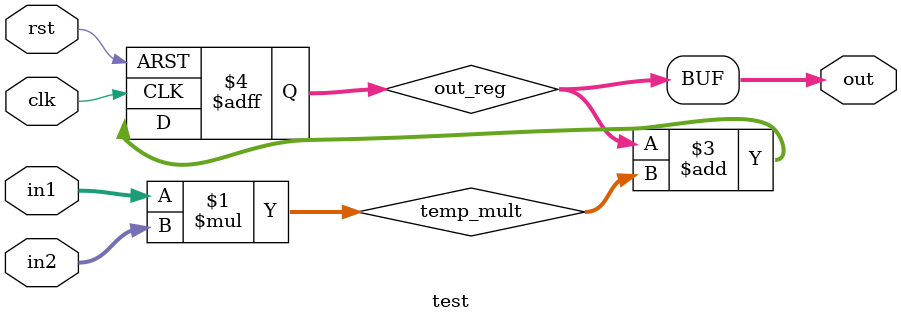
<source format=v>
module test (in1, in2, rst, out, clk);
parameter iw = 9;
parameter ow = iw*2 +1;

input [iw:0]in1, in2;
input rst, clk;
output [ow:0]out;

wire [ow:0]temp_mult;
reg [ow:0]out_reg;


assign temp_mult = in1*in2;

always @(posedge clk or posedge rst)
if (rst)
out_reg <= 'b0;
else
out_reg <= out_reg + temp_mult;

assign out = out_reg;

endmodule

</source>
